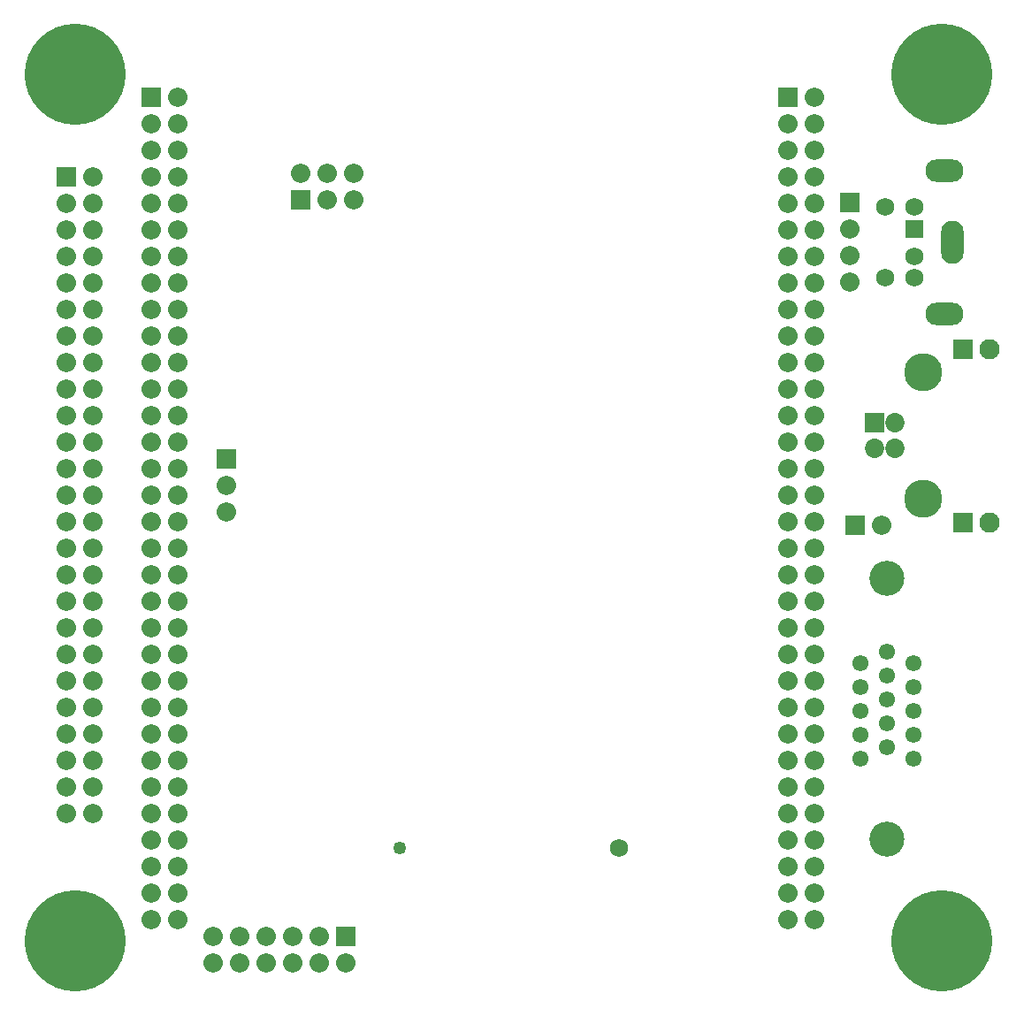
<source format=gbr>
G04 #@! TF.GenerationSoftware,KiCad,Pcbnew,(5.1.5)-3*
G04 #@! TF.CreationDate,2021-03-10T17:56:34-05:00*
G04 #@! TF.ProjectId,RETRO-EP4CE15,52455452-4f2d-4455-9034-434531352e6b,3*
G04 #@! TF.SameCoordinates,Original*
G04 #@! TF.FileFunction,Soldermask,Bot*
G04 #@! TF.FilePolarity,Negative*
%FSLAX46Y46*%
G04 Gerber Fmt 4.6, Leading zero omitted, Abs format (unit mm)*
G04 Created by KiCad (PCBNEW (5.1.5)-3) date 2021-03-10 17:56:34*
%MOMM*%
%LPD*%
G04 APERTURE LIST*
%ADD10R,1.852400X1.852400*%
%ADD11C,1.852400*%
%ADD12C,3.652400*%
%ADD13C,1.952400*%
%ADD14R,1.952400X1.952400*%
%ADD15O,1.852400X1.852400*%
%ADD16O,3.652400X2.152400*%
%ADD17R,1.752400X1.752400*%
%ADD18C,1.752400*%
%ADD19O,2.152400X4.152400*%
%ADD20C,9.677400*%
%ADD21C,1.252400*%
%ADD22C,3.352400*%
%ADD23C,1.549400*%
G04 APERTURE END LIST*
D10*
X92532200Y-49326800D03*
D11*
X92532200Y-51826800D03*
X94532200Y-51826800D03*
X94532200Y-49326800D03*
D12*
X97242200Y-44556800D03*
X97242200Y-56596800D03*
D13*
X103555800Y-42291000D03*
D14*
X101015800Y-42291000D03*
D15*
X86790000Y-96906000D03*
X84250000Y-96906000D03*
X86790000Y-94366000D03*
X84250000Y-94366000D03*
X86790000Y-91826000D03*
X84250000Y-91826000D03*
X86790000Y-89286000D03*
X84250000Y-89286000D03*
X86790000Y-86746000D03*
X84250000Y-86746000D03*
X86790000Y-84206000D03*
X84250000Y-84206000D03*
X86790000Y-81666000D03*
X84250000Y-81666000D03*
X86790000Y-79126000D03*
X84250000Y-79126000D03*
X86790000Y-76586000D03*
X84250000Y-76586000D03*
X86790000Y-74046000D03*
X84250000Y-74046000D03*
X86790000Y-71506000D03*
X84250000Y-71506000D03*
X86790000Y-68966000D03*
X84250000Y-68966000D03*
X86790000Y-66426000D03*
X84250000Y-66426000D03*
X86790000Y-63886000D03*
X84250000Y-63886000D03*
X86790000Y-61346000D03*
X84250000Y-61346000D03*
X86790000Y-58806000D03*
X84250000Y-58806000D03*
X86790000Y-56266000D03*
X84250000Y-56266000D03*
X86790000Y-53726000D03*
X84250000Y-53726000D03*
X86790000Y-51186000D03*
X84250000Y-51186000D03*
X86790000Y-48646000D03*
X84250000Y-48646000D03*
X86790000Y-46106000D03*
X84250000Y-46106000D03*
X86790000Y-43566000D03*
X84250000Y-43566000D03*
X86790000Y-41026000D03*
X84250000Y-41026000D03*
X86790000Y-38486000D03*
X84250000Y-38486000D03*
X86790000Y-35946000D03*
X84250000Y-35946000D03*
X86790000Y-33406000D03*
X84250000Y-33406000D03*
X86790000Y-30866000D03*
X84250000Y-30866000D03*
X86790000Y-28326000D03*
X84250000Y-28326000D03*
X86790000Y-25786000D03*
X84250000Y-25786000D03*
X86790000Y-23246000D03*
X84250000Y-23246000D03*
X86790000Y-20706000D03*
X84250000Y-20706000D03*
X86790000Y-18166000D03*
D10*
X84250000Y-18166000D03*
D15*
X25850000Y-96906000D03*
X23310000Y-96906000D03*
X25850000Y-94366000D03*
X23310000Y-94366000D03*
X25850000Y-91826000D03*
X23310000Y-91826000D03*
X25850000Y-89286000D03*
X23310000Y-89286000D03*
X25850000Y-86746000D03*
X23310000Y-86746000D03*
X25850000Y-84206000D03*
X23310000Y-84206000D03*
X25850000Y-81666000D03*
X23310000Y-81666000D03*
X25850000Y-79126000D03*
X23310000Y-79126000D03*
X25850000Y-76586000D03*
X23310000Y-76586000D03*
X25850000Y-74046000D03*
X23310000Y-74046000D03*
X25850000Y-71506000D03*
X23310000Y-71506000D03*
X25850000Y-68966000D03*
X23310000Y-68966000D03*
X25850000Y-66426000D03*
X23310000Y-66426000D03*
X25850000Y-63886000D03*
X23310000Y-63886000D03*
X25850000Y-61346000D03*
X23310000Y-61346000D03*
X25850000Y-58806000D03*
X23310000Y-58806000D03*
X25850000Y-56266000D03*
X23310000Y-56266000D03*
X25850000Y-53726000D03*
X23310000Y-53726000D03*
X25850000Y-51186000D03*
X23310000Y-51186000D03*
X25850000Y-48646000D03*
X23310000Y-48646000D03*
X25850000Y-46106000D03*
X23310000Y-46106000D03*
X25850000Y-43566000D03*
X23310000Y-43566000D03*
X25850000Y-41026000D03*
X23310000Y-41026000D03*
X25850000Y-38486000D03*
X23310000Y-38486000D03*
X25850000Y-35946000D03*
X23310000Y-35946000D03*
X25850000Y-33406000D03*
X23310000Y-33406000D03*
X25850000Y-30866000D03*
X23310000Y-30866000D03*
X25850000Y-28326000D03*
X23310000Y-28326000D03*
X25850000Y-25786000D03*
X23310000Y-25786000D03*
X25850000Y-23246000D03*
X23310000Y-23246000D03*
X25850000Y-20706000D03*
X23310000Y-20706000D03*
X25850000Y-18166000D03*
D10*
X23310000Y-18166000D03*
D16*
X99250000Y-38950000D03*
X99250000Y-25250000D03*
D17*
X96400000Y-30800000D03*
D18*
X96400000Y-33400000D03*
X96400000Y-28700000D03*
X96400000Y-35500000D03*
X93600000Y-28700000D03*
X93600000Y-35500000D03*
D19*
X100050000Y-32100000D03*
D20*
X16000000Y-16000000D03*
X99000000Y-16000000D03*
X16000000Y-99000000D03*
X99000000Y-99000000D03*
D15*
X93218000Y-59182000D03*
D10*
X90678000Y-59182000D03*
D15*
X90200000Y-35920000D03*
X90200000Y-33380000D03*
X90200000Y-30840000D03*
D10*
X90200000Y-28300000D03*
X15140000Y-25800000D03*
D15*
X17680000Y-25800000D03*
X15140000Y-28340000D03*
X17680000Y-28340000D03*
X15140000Y-30880000D03*
X17680000Y-30880000D03*
X15140000Y-33420000D03*
X17680000Y-33420000D03*
X15140000Y-35960000D03*
X17680000Y-35960000D03*
X15140000Y-38500000D03*
X17680000Y-38500000D03*
X15140000Y-41040000D03*
X17680000Y-41040000D03*
X15140000Y-43580000D03*
X17680000Y-43580000D03*
X15140000Y-46120000D03*
X17680000Y-46120000D03*
X15140000Y-48660000D03*
X17680000Y-48660000D03*
X15140000Y-51200000D03*
X17680000Y-51200000D03*
X15140000Y-53740000D03*
X17680000Y-53740000D03*
X15140000Y-56280000D03*
X17680000Y-56280000D03*
X15140000Y-58820000D03*
X17680000Y-58820000D03*
X15140000Y-61360000D03*
X17680000Y-61360000D03*
X15140000Y-63900000D03*
X17680000Y-63900000D03*
X15140000Y-66440000D03*
X17680000Y-66440000D03*
X15140000Y-68980000D03*
X17680000Y-68980000D03*
X15140000Y-71520000D03*
X17680000Y-71520000D03*
X15140000Y-74060000D03*
X17680000Y-74060000D03*
X15140000Y-76600000D03*
X17680000Y-76600000D03*
X15140000Y-79140000D03*
X17680000Y-79140000D03*
X15140000Y-81680000D03*
X17680000Y-81680000D03*
X15140000Y-84220000D03*
X17680000Y-84220000D03*
X15140000Y-86760000D03*
X17680000Y-86760000D03*
D18*
X68079000Y-90043000D03*
D21*
X47079000Y-90043000D03*
D10*
X30480000Y-52832000D03*
D15*
X30480000Y-55372000D03*
X30480000Y-57912000D03*
D10*
X41910000Y-98552000D03*
D15*
X41910000Y-101092000D03*
X39370000Y-98552000D03*
X39370000Y-101092000D03*
X36830000Y-98552000D03*
X36830000Y-101092000D03*
X34290000Y-98552000D03*
X34290000Y-101092000D03*
X31750000Y-98552000D03*
X31750000Y-101092000D03*
X29210000Y-98552000D03*
X29210000Y-101092000D03*
D22*
X93779340Y-64213740D03*
D23*
X91239340Y-76974700D03*
X91239340Y-74688700D03*
X91239340Y-72397620D03*
X91239340Y-79268320D03*
X91239340Y-81556860D03*
X93779340Y-78122780D03*
X93779340Y-75834240D03*
X93779340Y-73543160D03*
X93779340Y-71252080D03*
D22*
X93779340Y-89202260D03*
D23*
X93779340Y-80413860D03*
X96319340Y-72397620D03*
X96319340Y-74688700D03*
X96316800Y-76977240D03*
X96319340Y-79268320D03*
X96319340Y-81556860D03*
D10*
X37617400Y-28016200D03*
D15*
X37617400Y-25476200D03*
X40157400Y-28016200D03*
X40157400Y-25476200D03*
X42697400Y-28016200D03*
X42697400Y-25476200D03*
D14*
X100990400Y-58953400D03*
D13*
X103530400Y-58953400D03*
M02*

</source>
